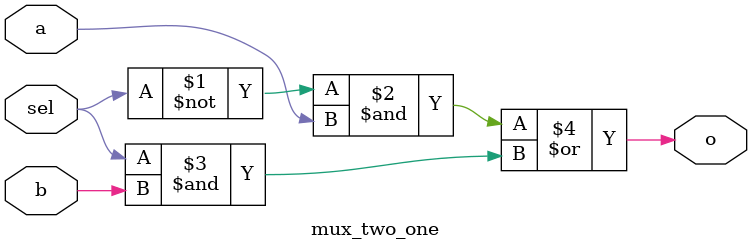
<source format=v>
/*
 * Copyright (c) 2024 Your Name
 * SPDX-License-Identifier: Apache-2.0
 */

`default_nettype none

module tt_um_example (
    input  wire [7:0] ui_in,    // A input
    output wire [7:0] uo_out,   // C output
    input  wire [7:0] uio_in,   // B input
    output wire [7:0] uio_out,  // IO Output (unused, set to 0)
    output wire [7:0] uio_oe,   // IO Enable (unused, set to 0)
    input  wire       ena,      // Enable (unused)
    input  wire       clk,      // Clock (unused)
    input  wire       rst_n     // Reset (unused)
);

  // 实现 2:1 复用器功能
  mux_two_one first  (ui_in[0], uio_in[0], ui_in[7], uo_out[0]);
  mux_two_one second (ui_in[1], uio_in[1], ui_in[7], uo_out[1]);
  mux_two_one third  (ui_in[2], uio_in[2], ui_in[7], uo_out[2]);
  mux_two_one fourth (ui_in[3], uio_in[3], ui_in[7], uo_out[3]);

  mux_two_one fifth  (uo_out[0], uio_in[4], uio_in[7], uo_out[4]);
  mux_two_one sixth  (uo_out[1], uio_in[5], uio_in[7], uo_out[5]);
  mux_two_one seventh(uo_out[2], uio_in[6], uio_in[7], uo_out[6]);
  mux_two_one eighth (uo_out[3], uio_in[7], uio_in[7], uo_out[7]);

  // 未使用的输出设置为 0
  assign uio_out = 8'b00000000;
  assign uio_oe  = 8'b00000000;

  // 避免未使用信号的编译警告
  wire unused = &{ena, clk, rst_n};

endmodule

// 2:1 复用器模块
module mux_two_one (
    input wire a, 
    input wire b, 
    input wire sel, 
    output wire o
);
    assign o = (~sel & a) | (sel & b);
endmodule

</source>
